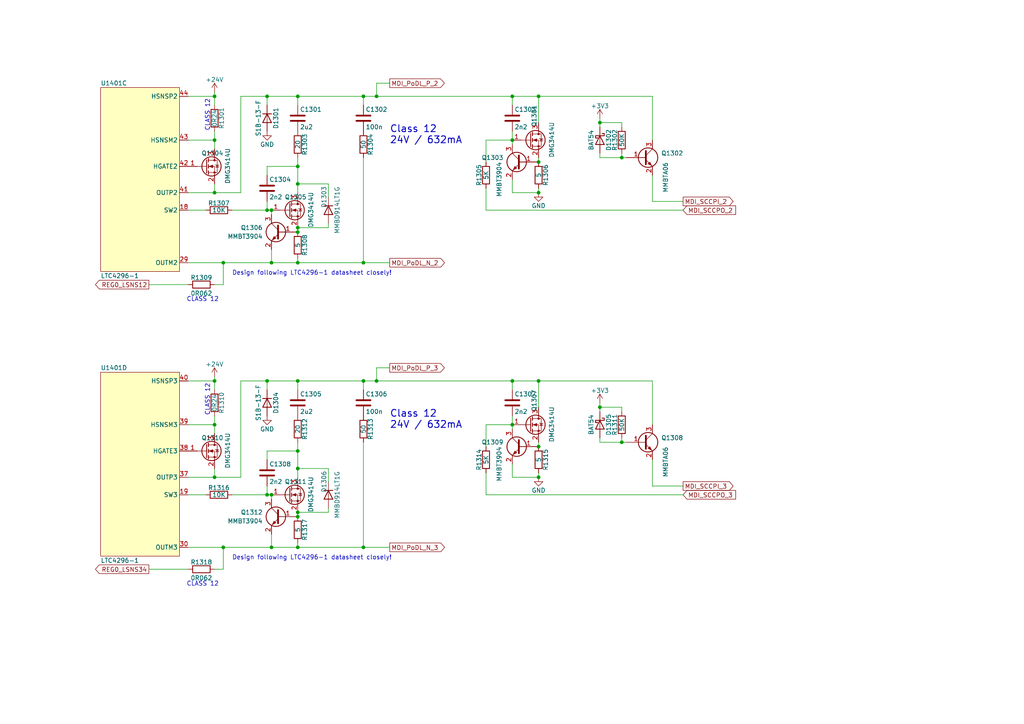
<source format=kicad_sch>
(kicad_sch (version 20211123) (generator eeschema)
  (paper "A4")
  (title_block (title "Open Hardware 10Base-T1L Switch") (date "2023-04-07") (rev "REV A") (company "Peter Heinrich") (comment 1 "Open Hardware License CERN-OHL-P v2") (comment 2 "https://github.com/peterheinrich/Open_10Base-T1L_Switch"))
  (lib_symbols
    (symbol "Device:C" (pin_numbers hide) (pin_names (offset 0.254))
      (property "Reference" "C" (at 0.635 2.54 0))
      (property "Value" "C" (at 0.635 -2.54 0))
      (symbol "C_0_1"
        (polyline (pts (xy -2.032 -0.762) (xy 2.032 -0.762)) (stroke (width 0.508)))
        (polyline (pts (xy -2.032 0.762) (xy 2.032 0.762)) (stroke (width 0.508)))
      )
      (symbol "C_1_1"
        (pin passive line (at 0 3.81 270) (length 2.794) (name "~") (number "1"))
        (pin passive line (at 0 -3.81 90) (length 2.794) (name "~") (number "2"))
      )
    )
    (symbol "Device:D" (pin_numbers hide) (pin_names (offset 1.016) hide)
      (property "Reference" "D" (at 0 2.54 0))
      (property "Value" "D" (at 0 -2.54 0))
      (symbol "D_0_1"
        (polyline (pts (xy -1.27 1.27) (xy -1.27 -1.27)) (stroke (width 0.254)))
        (polyline (pts (xy 1.27 0) (xy -1.27 0)))
        (polyline (pts (xy 1.27 1.27) (xy 1.27 -1.27) (xy -1.27 0) (xy 1.27 1.27)) (stroke (width 0.254)))
      )
      (symbol "D_1_1"
        (pin passive line (at -3.81 0 0) (length 2.54) (name "K") (number "1"))
        (pin passive line (at 3.81 0 180) (length 2.54) (name "A") (number "2"))
      )
    )
    (symbol "Device:D_Schottky" (pin_numbers hide) (pin_names (offset 1.016) hide)
      (property "Reference" "D" (at 0 2.54 0))
      (property "Value" "D_Schottky" (at 0 -2.54 0))
      (symbol "D_Schottky_0_1"
        (polyline (pts (xy 1.27 0) (xy -1.27 0)))
        (polyline (pts (xy 1.27 1.27) (xy 1.27 -1.27) (xy -1.27 0) (xy 1.27 1.27)) (stroke (width 0.254)))
        (polyline (pts (xy -1.905 0.635) (xy -1.905 1.27) (xy -1.27 1.27) (xy -1.27 -1.27) (xy -0.635 -1.27) (xy -0.635 -0.635)) (stroke (width 0.254)))
      )
      (symbol "D_Schottky_1_1"
        (pin passive line (at -3.81 0 0) (length 2.54) (name "K") (number "1"))
        (pin passive line (at 3.81 0 180) (length 2.54) (name "A") (number "2"))
      )
    )
    (symbol "Device:Q_NMOS_GSD" (pin_names (offset 0) hide)
      (property "Reference" "Q" (at 5.08 1.27 0))
      (property "Value" "Q_NMOS_GSD" (at 5.08 -1.27 0))
      (symbol "Q_NMOS_GSD_0_1"
        (polyline (pts (xy 0.254 0) (xy -2.54 0)))
        (polyline (pts (xy 0.254 1.905) (xy 0.254 -1.905)) (stroke (width 0.254)))
        (polyline (pts (xy 0.762 -1.27) (xy 0.762 -2.286)) (stroke (width 0.254)))
        (polyline (pts (xy 0.762 0.508) (xy 0.762 -0.508)) (stroke (width 0.254)))
        (polyline (pts (xy 0.762 2.286) (xy 0.762 1.27)) (stroke (width 0.254)))
        (polyline (pts (xy 2.54 2.54) (xy 2.54 1.778)))
        (polyline (pts (xy 2.54 -2.54) (xy 2.54 0) (xy 0.762 0)))
        (polyline (pts (xy 0.762 -1.778) (xy 3.302 -1.778) (xy 3.302 1.778) (xy 0.762 1.778)))
        (polyline (pts (xy 1.016 0) (xy 2.032 0.381) (xy 2.032 -0.381) (xy 1.016 0)) (fill (type outline)))
        (polyline (pts (xy 2.794 0.508) (xy 2.921 0.381) (xy 3.683 0.381) (xy 3.81 0.254)))
        (polyline (pts (xy 3.302 0.381) (xy 2.921 -0.254) (xy 3.683 -0.254) (xy 3.302 0.381)))
        (circle (center 1.651 0) (radius 2.794) (stroke (width 0.254)))
        (circle (center 2.54 -1.778) (radius 0.254) (fill (type outline)))
        (circle (center 2.54 1.778) (radius 0.254) (fill (type outline)))
      )
      (symbol "Q_NMOS_GSD_1_1"
        (pin input line (at -5.08 0 0) (length 2.54) (name "G") (number "1"))
        (pin passive line (at 2.54 -5.08 90) (length 2.54) (name "S") (number "2"))
        (pin passive line (at 2.54 5.08 270) (length 2.54) (name "D") (number "3"))
      )
    )
    (symbol "Device:Q_NPN_BEC" (pin_names (offset 0) hide)
      (property "Reference" "Q" (at 5.08 1.27 0))
      (property "Value" "Q_NPN_BEC" (at 5.08 -1.27 0))
      (symbol "Q_NPN_BEC_0_1"
        (polyline (pts (xy 0.635 0.635) (xy 2.54 2.54)))
        (polyline (pts (xy 0.635 -0.635) (xy 2.54 -2.54) (xy 2.54 -2.54)))
        (polyline (pts (xy 0.635 1.905) (xy 0.635 -1.905) (xy 0.635 -1.905)) (stroke (width 0.508)))
        (polyline (pts (xy 1.27 -1.778) (xy 1.778 -1.27) (xy 2.286 -2.286) (xy 1.27 -1.778) (xy 1.27 -1.778)) (fill (type outline)))
        (circle (center 1.27 0) (radius 2.8194) (stroke (width 0.254)))
      )
      (symbol "Q_NPN_BEC_1_1"
        (pin input line (at -5.08 0 0) (length 5.715) (name "B") (number "1"))
        (pin passive line (at 2.54 -5.08 90) (length 2.54) (name "E") (number "2"))
        (pin passive line (at 2.54 5.08 270) (length 2.54) (name "C") (number "3"))
      )
    )
    (symbol "Device:R" (pin_numbers hide) (pin_names (offset 0))
      (property "Reference" "R" (at 2.032 0 90))
      (property "Value" "R" (at 0 0 90))
      (symbol "R_0_1"
        (rectangle (start -1.016 -2.54) (end 1.016 2.54) (stroke (width 0.254)))
      )
      (symbol "R_1_1"
        (pin passive line (at 0 3.81 270) (length 1.27) (name "~") (number "1"))
        (pin passive line (at 0 -3.81 90) (length 1.27) (name "~") (number "2"))
      )
    )
    (symbol "LTC4296-1:LTC4296-1"
      (property "Reference" "U" (at 0 1.27 0))
      (property "Value" "LTC4296-1" (at 0 -54.61 0))
      (symbol "LTC4296-1_0_1"
        (rectangle (start 0 0) (end 22.86 -53.34) (fill (type background)))
      )
      (symbol "LTC4296-1_1_1"
        (pin output line (at 25.4 -30.48 180) (length 2.54) (name "OUTP0") (number "1"))
        (pin output line (at 25.4 -35.56 180) (length 2.54) (name "SW0") (number "16"))
        (pin output line (at 25.4 -22.86 180) (length 2.54) (name "HGATE0") (number "2"))
        (pin output line (at 25.4 -50.8 180) (length 2.54) (name "OUTM0") (number "25"))
        (pin input line (at 25.4 -15.24 180) (length 2.54) (name "HSNSM0") (number "3"))
        (pin input line (at 25.4 -2.54 180) (length 2.54) (name "HSNSP0") (number "4"))
      )
      (symbol "LTC4296-1_2_1"
        (pin output line (at 25.4 -35.56 180) (length 2.54) (name "SW1") (number "17"))
        (pin output line (at 25.4 -50.8 180) (length 2.54) (name "OUTM1") (number "27"))
        (pin output line (at 25.4 -30.48 180) (length 2.54) (name "OUTP1") (number "45"))
        (pin output line (at 25.4 -22.86 180) (length 2.54) (name "HGATE1") (number "46"))
        (pin input line (at 25.4 -15.24 180) (length 2.54) (name "HSNSM1") (number "47"))
        (pin input line (at 25.4 -2.54 180) (length 2.54) (name "HSNSP1") (number "48"))
      )
      (symbol "LTC4296-1_3_1"
        (pin output line (at 25.4 -35.56 180) (length 2.54) (name "SW2") (number "18"))
        (pin output line (at 25.4 -50.8 180) (length 2.54) (name "OUTM2") (number "29"))
        (pin output line (at 25.4 -30.48 180) (length 2.54) (name "OUTP2") (number "41"))
        (pin output line (at 25.4 -22.86 180) (length 2.54) (name "HGATE2") (number "42"))
        (pin input line (at 25.4 -15.24 180) (length 2.54) (name "HSNSM2") (number "43"))
        (pin input line (at 25.4 -2.54 180) (length 2.54) (name "HSNSP2") (number "44"))
      )
      (symbol "LTC4296-1_4_1"
        (pin output line (at 25.4 -35.56 180) (length 2.54) (name "SW3") (number "19"))
        (pin output line (at 25.4 -50.8 180) (length 2.54) (name "OUTM3") (number "30"))
        (pin output line (at 25.4 -30.48 180) (length 2.54) (name "OUTP3") (number "37"))
        (pin output line (at 25.4 -22.86 180) (length 2.54) (name "HGATE3") (number "38"))
        (pin input line (at 25.4 -15.24 180) (length 2.54) (name "HSNSM3") (number "39"))
        (pin input line (at 25.4 -2.54 180) (length 2.54) (name "HSNSP3") (number "40"))
      )
      (symbol "LTC4296-1_5_1"
        (pin output line (at 25.4 -35.56 180) (length 2.54) (name "SW4") (number "20"))
        (pin output line (at 25.4 -50.8 180) (length 2.54) (name "OUTM4") (number "32"))
        (pin output line (at 25.4 -30.48 180) (length 2.54) (name "OUTP4") (number "33"))
        (pin output line (at 25.4 -22.86 180) (length 2.54) (name "HGATE4") (number "34"))
        (pin input line (at 25.4 -15.24 180) (length 2.54) (name "HSNSM4") (number "35"))
        (pin input line (at 25.4 -2.54 180) (length 2.54) (name "HSNSP4") (number "36"))
      )
      (symbol "LTC4296-1_6_1"
        (pin output line (at -2.54 -20.32 0) (length 2.54) (name "SDO") (number "10"))
        (pin input line (at -2.54 -15.24 0) (length 2.54) (name "SCK") (number "11"))
        (pin input line (at -2.54 -22.86 0) (length 2.54) (name "nCS") (number "12"))
        (pin input line (at 25.4 -2.54 180) (length 2.54) (name "AUTO") (number "13"))
        (pin bidirectional line (at 25.4 -5.08 180) (length 2.54) (name "WAKEUP") (number "14"))
        (pin input line (at 25.4 -17.78 180) (length 2.54) (name "NC") (number "15"))
        (pin power_in line (at -2.54 -38.1 0) (length 2.54) (name "GND") (number "21"))
        (pin input line (at -2.54 -25.4 0) (length 2.54) (name "RT") (number "22"))
        (pin output line (at -2.54 -50.8 0) (length 2.54) (name "LGATE") (number "23"))
        (pin input line (at -2.54 -43.18 0) (length 2.54) (name "LSRC") (number "24"))
        (pin input line (at 25.4 -45.72 180) (length 2.54) (name "LSNS0") (number "26"))
        (pin input line (at 25.4 -48.26 180) (length 2.54) (name "LSNS1/LSNS2") (number "28"))
        (pin input line (at 25.4 -50.8 180) (length 2.54) (name "LSNS3/LSNS4") (number "31"))
        (pin power_in line (at -2.54 -40.64 0) (length 2.54) (name "GND") (number "49"))
        (pin input line (at 25.4 -15.24 180) (length 2.54) (name "NC") (number "5"))
        (pin power_in line (at -2.54 -2.54 0) (length 2.54) (name "IN") (number "6"))
        (pin bidirectional line (at -2.54 -10.16 0) (length 2.54) (name "CPO") (number "7"))
        (pin bidirectional line (at 25.4 -7.62 180) (length 2.54) (name "INT") (number "8"))
        (pin input line (at -2.54 -17.78 0) (length 2.54) (name "SDI") (number "9"))
      )
    )
    (symbol "LTC4296-1_1"
      (property "Reference" "U" (at 0 1.27 0))
      (property "Value" "LTC4296-1_1" (at 0 -54.61 0))
      (symbol "LTC4296-1_1_0_1"
        (rectangle (start 0 0) (end 22.86 -53.34) (fill (type background)))
      )
      (symbol "LTC4296-1_1_1_1"
        (pin output line (at 25.4 -30.48 180) (length 2.54) (name "OUTP0") (number "1"))
        (pin output line (at 25.4 -35.56 180) (length 2.54) (name "SW0") (number "16"))
        (pin output line (at 25.4 -22.86 180) (length 2.54) (name "HGATE0") (number "2"))
        (pin output line (at 25.4 -50.8 180) (length 2.54) (name "OUTM0") (number "25"))
        (pin input line (at 25.4 -15.24 180) (length 2.54) (name "HSNSM0") (number "3"))
        (pin input line (at 25.4 -2.54 180) (length 2.54) (name "HSNSP0") (number "4"))
      )
      (symbol "LTC4296-1_1_2_1"
        (pin output line (at 25.4 -35.56 180) (length 2.54) (name "SW1") (number "17"))
        (pin output line (at 25.4 -50.8 180) (length 2.54) (name "OUTM1") (number "27"))
        (pin output line (at 25.4 -30.48 180) (length 2.54) (name "OUTP1") (number "45"))
        (pin output line (at 25.4 -22.86 180) (length 2.54) (name "HGATE1") (number "46"))
        (pin input line (at 25.4 -15.24 180) (length 2.54) (name "HSNSM1") (number "47"))
        (pin input line (at 25.4 -2.54 180) (length 2.54) (name "HSNSP1") (number "48"))
      )
      (symbol "LTC4296-1_1_3_1"
        (pin output line (at 25.4 -35.56 180) (length 2.54) (name "SW2") (number "18"))
        (pin output line (at 25.4 -50.8 180) (length 2.54) (name "OUTM2") (number "29"))
        (pin output line (at 25.4 -30.48 180) (length 2.54) (name "OUTP2") (number "41"))
        (pin output line (at 25.4 -22.86 180) (length 2.54) (name "HGATE2") (number "42"))
        (pin input line (at 25.4 -15.24 180) (length 2.54) (name "HSNSM2") (number "43"))
        (pin input line (at 25.4 -2.54 180) (length 2.54) (name "HSNSP2") (number "44"))
      )
      (symbol "LTC4296-1_1_4_1"
        (pin output line (at 25.4 -35.56 180) (length 2.54) (name "SW3") (number "19"))
        (pin output line (at 25.4 -50.8 180) (length 2.54) (name "OUTM3") (number "30"))
        (pin output line (at 25.4 -30.48 180) (length 2.54) (name "OUTP3") (number "37"))
        (pin output line (at 25.4 -22.86 180) (length 2.54) (name "HGATE3") (number "38"))
        (pin input line (at 25.4 -15.24 180) (length 2.54) (name "HSNSM3") (number "39"))
        (pin input line (at 25.4 -2.54 180) (length 2.54) (name "HSNSP3") (number "40"))
      )
      (symbol "LTC4296-1_1_5_1"
        (pin output line (at 25.4 -35.56 180) (length 2.54) (name "SW4") (number "20"))
        (pin output line (at 25.4 -50.8 180) (length 2.54) (name "OUTM4") (number "32"))
        (pin output line (at 25.4 -30.48 180) (length 2.54) (name "OUTP4") (number "33"))
        (pin output line (at 25.4 -22.86 180) (length 2.54) (name "HGATE4") (number "34"))
        (pin input line (at 25.4 -15.24 180) (length 2.54) (name "HSNSM4") (number "35"))
        (pin input line (at 25.4 -2.54 180) (length 2.54) (name "HSNSP4") (number "36"))
      )
      (symbol "LTC4296-1_1_6_1"
        (pin output line (at -2.54 -20.32 0) (length 2.54) (name "SDO") (number "10"))
        (pin input line (at -2.54 -15.24 0) (length 2.54) (name "SCK") (number "11"))
        (pin input line (at -2.54 -22.86 0) (length 2.54) (name "nCS") (number "12"))
        (pin input line (at 25.4 -2.54 180) (length 2.54) (name "AUTO") (number "13"))
        (pin bidirectional line (at 25.4 -5.08 180) (length 2.54) (name "WAKEUP") (number "14"))
        (pin input line (at 25.4 -17.78 180) (length 2.54) (name "NC") (number "15"))
        (pin power_in line (at -2.54 -38.1 0) (length 2.54) (name "GND") (number "21"))
        (pin input line (at -2.54 -25.4 0) (length 2.54) (name "RT") (number "22"))
        (pin output line (at -2.54 -50.8 0) (length 2.54) (name "LGATE") (number "23"))
        (pin input line (at -2.54 -43.18 0) (length 2.54) (name "LSRC") (number "24"))
        (pin input line (at 25.4 -45.72 180) (length 2.54) (name "LSNS0") (number "26"))
        (pin input line (at 25.4 -48.26 180) (length 2.54) (name "LSNS1/LSNS2") (number "28"))
        (pin input line (at 25.4 -50.8 180) (length 2.54) (name "LSNS3/LSNS4") (number "31"))
        (pin power_in line (at -2.54 -40.64 0) (length 2.54) (name "GND") (number "49"))
        (pin input line (at 25.4 -15.24 180) (length 2.54) (name "NC") (number "5"))
        (pin power_in line (at -2.54 -2.54 0) (length 2.54) (name "IN") (number "6"))
        (pin bidirectional line (at -2.54 -10.16 0) (length 2.54) (name "CPO") (number "7"))
        (pin bidirectional line (at 25.4 -7.62 180) (length 2.54) (name "INT") (number "8"))
        (pin input line (at -2.54 -17.78 0) (length 2.54) (name "SDI") (number "9"))
      )
    )
    (symbol "power:+24V" (power) (pin_names (offset 0))
      (property "Value" "+24V" (at 0 3.556 0))
      (symbol "+24V_0_1"
        (polyline (pts (xy -0.762 1.27) (xy 0 2.54)))
        (polyline (pts (xy 0 0) (xy 0 2.54)))
        (polyline (pts (xy 0 2.54) (xy 0.762 1.27)))
      )
      (symbol "+24V_1_1"
        (pin power_in line (at 0 0 90) (length 0) hide (name "+24V") (number "1"))
      )
    )
    (symbol "power:+3V3" (power) (pin_names (offset 0))
      (property "Value" "+3V3" (at 0 3.556 0))
      (symbol "+3V3_0_1"
        (polyline (pts (xy -0.762 1.27) (xy 0 2.54)))
        (polyline (pts (xy 0 0) (xy 0 2.54)))
        (polyline (pts (xy 0 2.54) (xy 0.762 1.27)))
      )
      (symbol "+3V3_1_1"
        (pin power_in line (at 0 0 90) (length 0) hide (name "+3V3") (number "1"))
      )
    )
    (symbol "power:GND" (power) (pin_names (offset 0))
      (property "Value" "GND" (at 0 -3.81 0))
      (symbol "GND_0_1"
        (polyline (pts (xy 0 0) (xy 0 -1.27) (xy 1.27 -1.27) (xy 0 -2.54) (xy -1.27 -1.27) (xy 0 -1.27)))
      )
      (symbol "GND_1_1"
        (pin power_in line (at 0 0 270) (length 0) hide (name "GND") (number "1"))
      )
    )
  )
  (junction (at 109.22 110.49))
  (junction (at 180.34 128.27))
  (junction (at 86.36 27.94))
  (junction (at 156.21 46.99))
  (junction (at 77.47 143.51))
  (junction (at 86.36 149.86))
  (junction (at 78.74 143.51))
  (junction (at 156.21 27.94))
  (junction (at 173.99 35.56))
  (junction (at 105.41 110.49))
  (junction (at 64.77 76.2))
  (junction (at 148.59 40.64))
  (junction (at 62.23 40.64))
  (junction (at 78.74 60.96))
  (junction (at 148.59 27.94))
  (junction (at 78.74 158.75))
  (junction (at 77.47 27.94))
  (junction (at 148.59 123.19))
  (junction (at 156.21 55.88))
  (junction (at 86.36 110.49))
  (junction (at 77.47 110.49))
  (junction (at 86.36 48.26))
  (junction (at 180.34 45.72))
  (junction (at 105.41 158.75))
  (junction (at 86.36 76.2))
  (junction (at 86.36 66.04))
  (junction (at 105.41 27.94))
  (junction (at 148.59 110.49))
  (junction (at 86.36 130.81))
  (junction (at 156.21 138.43))
  (junction (at 62.23 27.94))
  (junction (at 86.36 135.89))
  (junction (at 86.36 67.31))
  (junction (at 156.21 110.49))
  (junction (at 78.74 76.2))
  (junction (at 105.41 76.2))
  (junction (at 62.23 123.19))
  (junction (at 62.23 110.49))
  (junction (at 109.22 27.94))
  (junction (at 86.36 53.34))
  (junction (at 77.47 60.96))
  (junction (at 173.99 118.11))
  (junction (at 62.23 55.88))
  (junction (at 64.77 158.75))
  (junction (at 62.23 138.43))
  (junction (at 86.36 148.59))
  (junction (at 156.21 129.54))
  (junction (at 86.36 158.75))
  (wire (pts (xy 86.36 128.27) (xy 86.36 130.81)))
  (wire (pts (xy 148.59 134.62) (xy 148.59 138.43)))
  (wire (pts (xy 54.61 27.94) (xy 62.23 27.94)))
  (wire (pts (xy 77.47 58.42) (xy 77.47 60.96)))
  (wire (pts (xy 64.77 158.75) (xy 78.74 158.75)))
  (wire (pts (xy 86.36 74.93) (xy 86.36 76.2)))
  (wire (pts (xy 86.36 130.81) (xy 86.36 135.89)))
  (wire (pts (xy 189.23 50.8) (xy 189.23 58.42)))
  (wire (pts (xy 77.47 133.35) (xy 77.47 130.81)))
  (wire (pts (xy 77.47 110.49) (xy 86.36 110.49)))
  (wire (pts (xy 113.03 24.13) (xy 109.22 24.13)))
  (wire (pts (xy 113.03 106.68) (xy 109.22 106.68)))
  (wire (pts (xy 140.97 129.54) (xy 140.97 123.19)))
  (wire (pts (xy 105.41 76.2) (xy 113.03 76.2)))
  (wire (pts (xy 109.22 106.68) (xy 109.22 110.49)))
  (wire (pts (xy 86.36 27.94) (xy 105.41 27.94)))
  (wire (pts (xy 148.59 41.91) (xy 148.59 40.64)))
  (wire (pts (xy 189.23 110.49) (xy 189.23 123.19)))
  (wire (pts (xy 78.74 62.23) (xy 78.74 60.96)))
  (wire (pts (xy 67.31 60.96) (xy 77.47 60.96)))
  (wire (pts (xy 148.59 124.46) (xy 148.59 123.19)))
  (wire (pts (xy 62.23 38.1) (xy 62.23 40.64)))
  (wire (pts (xy 173.99 118.11) (xy 180.34 118.11)))
  (wire (pts (xy 95.25 57.15) (xy 95.25 53.34)))
  (wire (pts (xy 86.36 66.04) (xy 95.25 66.04)))
  (wire (pts (xy 109.22 27.94) (xy 148.59 27.94)))
  (wire (pts (xy 173.99 128.27) (xy 173.99 127)))
  (wire (pts (xy 62.23 55.88) (xy 62.23 53.34)))
  (wire (pts (xy 140.97 60.96) (xy 198.12 60.96)))
  (wire (pts (xy 62.23 40.64) (xy 62.23 43.18)))
  (wire (pts (xy 86.36 110.49) (xy 86.36 113.03)))
  (wire (pts (xy 54.61 138.43) (xy 62.23 138.43)))
  (wire (pts (xy 180.34 127) (xy 180.34 128.27)))
  (wire (pts (xy 140.97 40.64) (xy 148.59 40.64)))
  (wire (pts (xy 156.21 54.61) (xy 156.21 55.88)))
  (wire (pts (xy 86.36 110.49) (xy 105.41 110.49)))
  (wire (pts (xy 189.23 58.42) (xy 198.12 58.42)))
  (wire (pts (xy 54.61 76.2) (xy 64.77 76.2)))
  (wire (pts (xy 173.99 34.29) (xy 173.99 35.56)))
  (wire (pts (xy 156.21 110.49) (xy 156.21 118.11)))
  (wire (pts (xy 156.21 137.16) (xy 156.21 138.43)))
  (wire (pts (xy 105.41 76.2) (xy 105.41 45.72)))
  (wire (pts (xy 95.25 64.77) (xy 95.25 66.04)))
  (wire (pts (xy 77.47 48.26) (xy 86.36 48.26)))
  (wire (pts (xy 173.99 119.38) (xy 173.99 118.11)))
  (wire (pts (xy 62.23 82.55) (xy 64.77 82.55)))
  (wire (pts (xy 173.99 36.83) (xy 173.99 35.56)))
  (wire (pts (xy 62.23 26.67) (xy 62.23 27.94)))
  (wire (pts (xy 86.36 157.48) (xy 86.36 158.75)))
  (wire (pts (xy 67.31 143.51) (xy 77.47 143.51)))
  (wire (pts (xy 189.23 140.97) (xy 198.12 140.97)))
  (wire (pts (xy 189.23 133.35) (xy 189.23 140.97)))
  (wire (pts (xy 78.74 144.78) (xy 78.74 143.51)))
  (wire (pts (xy 105.41 158.75) (xy 113.03 158.75)))
  (wire (pts (xy 105.41 27.94) (xy 109.22 27.94)))
  (wire (pts (xy 109.22 110.49) (xy 148.59 110.49)))
  (wire (pts (xy 77.47 27.94) (xy 86.36 27.94)))
  (wire (pts (xy 189.23 27.94) (xy 189.23 40.64)))
  (wire (pts (xy 181.61 128.27) (xy 180.34 128.27)))
  (wire (pts (xy 86.36 48.26) (xy 86.36 53.34)))
  (wire (pts (xy 62.23 40.64) (xy 54.61 40.64)))
  (wire (pts (xy 86.36 135.89) (xy 95.25 135.89)))
  (wire (pts (xy 43.18 82.55) (xy 54.61 82.55)))
  (wire (pts (xy 62.23 120.65) (xy 62.23 123.19)))
  (wire (pts (xy 86.36 53.34) (xy 95.25 53.34)))
  (wire (pts (xy 86.36 158.75) (xy 105.41 158.75)))
  (wire (pts (xy 181.61 45.72) (xy 180.34 45.72)))
  (wire (pts (xy 64.77 82.55) (xy 64.77 76.2)))
  (wire (pts (xy 180.34 128.27) (xy 173.99 128.27)))
  (wire (pts (xy 43.18 165.1) (xy 54.61 165.1)))
  (wire (pts (xy 86.36 76.2) (xy 105.41 76.2)))
  (wire (pts (xy 95.25 147.32) (xy 95.25 148.59)))
  (wire (pts (xy 86.36 67.31) (xy 86.36 66.04)))
  (wire (pts (xy 54.61 60.96) (xy 59.69 60.96)))
  (wire (pts (xy 78.74 76.2) (xy 86.36 76.2)))
  (wire (pts (xy 62.23 110.49) (xy 62.23 113.03)))
  (wire (pts (xy 78.74 72.39) (xy 78.74 76.2)))
  (wire (pts (xy 62.23 138.43) (xy 62.23 135.89)))
  (wire (pts (xy 95.25 139.7) (xy 95.25 135.89)))
  (wire (pts (xy 86.36 149.86) (xy 86.36 148.59)))
  (wire (pts (xy 105.41 110.49) (xy 109.22 110.49)))
  (wire (pts (xy 148.59 113.03) (xy 148.59 110.49)))
  (wire (pts (xy 140.97 137.16) (xy 140.97 143.51)))
  (wire (pts (xy 156.21 27.94) (xy 156.21 35.56)))
  (wire (pts (xy 54.61 110.49) (xy 62.23 110.49)))
  (wire (pts (xy 64.77 76.2) (xy 78.74 76.2)))
  (wire (pts (xy 86.36 148.59) (xy 95.25 148.59)))
  (wire (pts (xy 180.34 35.56) (xy 180.34 36.83)))
  (wire (pts (xy 148.59 120.65) (xy 148.59 123.19)))
  (wire (pts (xy 156.21 27.94) (xy 189.23 27.94)))
  (wire (pts (xy 54.61 55.88) (xy 62.23 55.88)))
  (wire (pts (xy 86.36 53.34) (xy 86.36 55.88)))
  (wire (pts (xy 54.61 158.75) (xy 64.77 158.75)))
  (wire (pts (xy 148.59 52.07) (xy 148.59 55.88)))
  (wire (pts (xy 62.23 138.43) (xy 69.85 138.43)))
  (wire (pts (xy 140.97 123.19) (xy 148.59 123.19)))
  (wire (pts (xy 69.85 138.43) (xy 69.85 110.49)))
  (wire (pts (xy 77.47 60.96) (xy 78.74 60.96)))
  (wire (pts (xy 140.97 54.61) (xy 140.97 60.96)))
  (wire (pts (xy 148.59 55.88) (xy 156.21 55.88)))
  (wire (pts (xy 140.97 143.51) (xy 198.12 143.51)))
  (wire (pts (xy 78.74 158.75) (xy 86.36 158.75)))
  (wire (pts (xy 77.47 140.97) (xy 77.47 143.51)))
  (wire (pts (xy 62.23 123.19) (xy 54.61 123.19)))
  (wire (pts (xy 173.99 35.56) (xy 180.34 35.56)))
  (wire (pts (xy 86.36 135.89) (xy 86.36 138.43)))
  (wire (pts (xy 78.74 154.94) (xy 78.74 158.75)))
  (wire (pts (xy 180.34 45.72) (xy 173.99 45.72)))
  (wire (pts (xy 77.47 27.94) (xy 77.47 30.48)))
  (wire (pts (xy 62.23 27.94) (xy 62.23 30.48)))
  (wire (pts (xy 54.61 143.51) (xy 59.69 143.51)))
  (wire (pts (xy 109.22 24.13) (xy 109.22 27.94)))
  (wire (pts (xy 77.47 143.51) (xy 78.74 143.51)))
  (wire (pts (xy 64.77 165.1) (xy 64.77 158.75)))
  (wire (pts (xy 173.99 116.84) (xy 173.99 118.11)))
  (wire (pts (xy 148.59 30.48) (xy 148.59 27.94)))
  (wire (pts (xy 77.47 50.8) (xy 77.47 48.26)))
  (wire (pts (xy 140.97 46.99) (xy 140.97 40.64)))
  (wire (pts (xy 105.41 158.75) (xy 105.41 128.27)))
  (wire (pts (xy 62.23 109.22) (xy 62.23 110.49)))
  (wire (pts (xy 86.36 45.72) (xy 86.36 48.26)))
  (wire (pts (xy 69.85 110.49) (xy 77.47 110.49)))
  (wire (pts (xy 62.23 165.1) (xy 64.77 165.1)))
  (wire (pts (xy 62.23 55.88) (xy 69.85 55.88)))
  (wire (pts (xy 156.21 110.49) (xy 189.23 110.49)))
  (wire (pts (xy 148.59 110.49) (xy 156.21 110.49)))
  (wire (pts (xy 180.34 118.11) (xy 180.34 119.38)))
  (wire (pts (xy 77.47 110.49) (xy 77.47 113.03)))
  (wire (pts (xy 69.85 55.88) (xy 69.85 27.94)))
  (wire (pts (xy 62.23 123.19) (xy 62.23 125.73)))
  (wire (pts (xy 173.99 45.72) (xy 173.99 44.45)))
  (wire (pts (xy 148.59 38.1) (xy 148.59 40.64)))
  (wire (pts (xy 156.21 129.54) (xy 156.21 128.27)))
  (wire (pts (xy 86.36 27.94) (xy 86.36 30.48)))
  (wire (pts (xy 105.41 27.94) (xy 105.41 30.48)))
  (wire (pts (xy 148.59 27.94) (xy 156.21 27.94)))
  (wire (pts (xy 156.21 46.99) (xy 156.21 45.72)))
  (wire (pts (xy 105.41 110.49) (xy 105.41 113.03)))
  (wire (pts (xy 180.34 44.45) (xy 180.34 45.72)))
  (wire (pts (xy 77.47 130.81) (xy 86.36 130.81)))
  (wire (pts (xy 69.85 27.94) (xy 77.47 27.94)))
  (wire (pts (xy 148.59 138.43) (xy 156.21 138.43)))
  (text "CLASS 12" (at 60.96 38.1 90) (effects (font (size 1.27 1.27)) (justify left bottom)))
  (text "Design following LTC4296-1 datasheet closely!" (at 67.31 80.01 0) (effects (font (size 1.27 1.27)) (justify left bottom)))
  (text "Class 12\n24V / 632mA" (at 113.03 41.91 0) (effects (font (size 2 2) (thickness 0.254) bold) (justify left bottom)))
  (text "CLASS 12\n" (at 63.5 87.63 180) (effects (font (size 1.27 1.27)) (justify right bottom)))
  (text "CLASS 12\n" (at 63.5 170.18 180) (effects (font (size 1.27 1.27)) (justify right bottom)))
  (text "Design following LTC4296-1 datasheet closely!" (at 67.31 162.56 0) (effects (font (size 1.27 1.27)) (justify left bottom)))
  (text "CLASS 12" (at 60.96 120.65 90) (effects (font (size 1.27 1.27)) (justify left bottom)))
  (text "Class 12\n24V / 632mA" (at 113.03 124.46 0) (effects (font (size 2 2) (thickness 0.254) bold) (justify left bottom)))
  (global_label "MDI_SCCPO_2" (shape input) (at 198.12 60.96 0) (property "Intersheet References" "${INTERSHEET_REFS}" (effects hide)))
  (global_label "REG0_LSNS34" (shape output) (at 43.18 165.1 180) (property "Intersheet References" "${INTERSHEET_REFS}" (effects hide)))
  (global_label "MDI_PoDL_P_2" (shape output) (at 113.03 24.13 0) (property "Intersheet References" "${INTERSHEET_REFS}" (effects hide)))
  (global_label "MDI_SCCPI_3" (shape output) (at 198.12 140.97 0) (property "Intersheet References" "${INTERSHEET_REFS}" (effects hide)))
  (global_label "MDI_PoDL_N_3" (shape output) (at 113.03 158.75 0) (property "Intersheet References" "${INTERSHEET_REFS}" (effects hide)))
  (global_label "MDI_SCCPO_3" (shape input) (at 198.12 143.51 0) (property "Intersheet References" "${INTERSHEET_REFS}" (effects hide)))
  (global_label "MDI_PoDL_P_3" (shape output) (at 113.03 106.68 0) (property "Intersheet References" "${INTERSHEET_REFS}" (effects hide)))
  (global_label "MDI_PoDL_N_2" (shape output) (at 113.03 76.2 0) (property "Intersheet References" "${INTERSHEET_REFS}" (effects hide)))
  (global_label "REG0_LSNS12" (shape output) (at 43.18 82.55 180) (property "Intersheet References" "${INTERSHEET_REFS}" (effects hide)))
  (global_label "MDI_SCCPI_2" (shape output) (at 198.12 58.42 0) (property "Intersheet References" "${INTERSHEET_REFS}" (effects hide)))
  (symbol (lib_id "Device:Q_NMOS_GSD") (at 153.67 40.64 0) (unit 1)
    (property "Reference" "Q1301" (at 154.94 36.83 90) (effects (justify left)))
    (property "Value" "DMG3414U" (at 160.02 45.72 90) (effects (justify left)))
    (property "Footprint" "Package_TO_SOT_SMD:SOT-23" (effects hide))
  )
  (symbol (lib_id "Device:R") (at 156.21 50.8 0) (unit 1)
    (property "Reference" "R1306" (at 158.242 50.8 90))
    (property "Value" "5" (at 156.21 50.8 90))
    (property "Footprint" "Resistor_SMD:R_1206_3216Metric" (effects hide))
  )
  (symbol (lib_id "Device:C") (at 148.59 34.29 0) (unit 1)
    (property "Reference" "C1303" (at 149.225 31.75 0) (effects (justify left)))
    (property "Value" "2n2" (at 149.225 36.83 0) (effects (justify left)))
    (property "Footprint" "Capacitor_SMD:C_0603_1608Metric" (effects hide))
  )
  (symbol (lib_id "Device:C") (at 86.36 34.29 0) (unit 1)
    (property "Reference" "C1301" (at 86.995 31.75 0) (effects (justify left)))
    (property "Value" "2u2" (at 86.995 36.83 0) (effects (justify left)))
    (property "Footprint" "Capacitor_SMD:C_0603_1608Metric" (effects hide))
  )
  (symbol (lib_id "Device:R") (at 63.5 60.96 90) (unit 1)
    (property "Reference" "R1307" (at 63.5 58.928 90))
    (property "Value" "10K" (at 63.5 60.96 90))
    (property "Footprint" "Resistor_SMD:R_0603_1608Metric" (effects hide))
  )
  (symbol (lib_id "Device:Q_NPN_BEC") (at 81.28 67.31 0) (mirror y) (unit 1)
    (property "Reference" "Q1306" (at 76.2 66.04 0) (effects (justify left)))
    (property "Value" "MMBT3904" (at 76.2 68.58 0) (effects (justify left)))
    (property "Footprint" "Package_TO_SOT_SMD:SOT-23" (effects hide))
  )
  (symbol (lib_id "power:+3V3") (at 173.99 34.29 0) (unit 1)
    (property "Reference" "#PWR01302" (effects hide))
    (property "Value" "+3V3" (at 173.99 30.734 0))
  )
  (symbol (lib_id "Device:C") (at 86.36 116.84 0) (unit 1)
    (property "Reference" "C1305" (at 86.995 114.3 0) (effects (justify left)))
    (property "Value" "2u2" (at 86.995 119.38 0) (effects (justify left)))
    (property "Footprint" "Capacitor_SMD:C_0603_1608Metric" (effects hide))
  )
  (symbol (lib_id "Device:R") (at 62.23 34.29 0) (unit 1)
    (property "Reference" "R1301" (at 64.262 34.29 90))
    (property "Value" "0R24" (at 62.23 34.29 90))
    (property "Footprint" "Resistor_SMD:R_1206_3216Metric" (effects hide))
  )
  (symbol (lib_id "Device:R") (at 105.41 124.46 0) (unit 1)
    (property "Reference" "R1313" (at 107.442 124.46 90))
    (property "Value" "50" (at 105.41 124.46 90))
    (property "Footprint" "Resistor_SMD:R_1206_3216Metric" (effects hide))
  )
  (symbol (lib_id "Device:R") (at 180.34 123.19 180) (unit 1)
    (property "Reference" "R1311" (at 178.308 123.19 90))
    (property "Value" "50K" (at 180.34 123.19 90))
    (property "Footprint" "Resistor_SMD:R_0603_1608Metric" (effects hide))
  )
  (symbol (lib_id "Device:C") (at 77.47 137.16 0) (unit 1)
    (property "Reference" "C1308" (at 78.105 134.62 0) (effects (justify left)))
    (property "Value" "2n2" (at 78.105 139.7 0) (effects (justify left)))
    (property "Footprint" "Capacitor_SMD:C_0603_1608Metric" (effects hide))
  )
  (symbol (lib_id "Device:R") (at 86.36 41.91 0) (unit 1)
    (property "Reference" "R1303" (at 88.392 41.91 90))
    (property "Value" "20" (at 86.36 41.91 90))
    (property "Footprint" "Resistor_SMD:R_1206_3216Metric" (effects hide))
  )
  (symbol (lib_id "Device:Q_NPN_BEC") (at 186.69 45.72 0) (unit 1)
    (property "Reference" "Q1302" (at 191.77 44.45 0) (effects (justify left)))
    (property "Value" "MMBTA06" (at 193.04 55.88 90) (effects (justify left)))
    (property "Footprint" "Package_TO_SOT_SMD:SOT-23" (effects hide))
  )
  (symbol (lib_id "Device:D") (at 95.25 143.51 270) (unit 1)
    (property "Reference" "D1306" (at 93.98 139.7 0))
    (property "Value" "MMBD914LT1G" (at 97.79 143.51 0))
    (property "Footprint" "MMBD914L:SOT-23-DIODE" (effects hide))
  )
  (symbol (lib_id "Device:C") (at 105.41 116.84 0) (unit 1)
    (property "Reference" "C1306" (at 106.045 114.3 0) (effects (justify left)))
    (property "Value" "100n" (at 106.045 119.38 0) (effects (justify left)))
    (property "Footprint" "Capacitor_SMD:C_0603_1608Metric" (effects hide))
  )
  (symbol (lib_id "Device:Q_NPN_BEC") (at 151.13 46.99 0) (mirror y) (unit 1)
    (property "Reference" "Q1303" (at 146.05 45.72 0) (effects (justify left)))
    (property "Value" "MMBT3904" (at 144.78 57.15 90) (effects (justify left)))
    (property "Footprint" "Package_TO_SOT_SMD:SOT-23" (effects hide))
  )
  (symbol (lib_id "Device:Q_NMOS_GSD") (at 83.82 60.96 0) (unit 1)
    (property "Reference" "Q1305" (at 82.55 57.15 0) (effects (justify left)))
    (property "Value" "DMG3414U" (at 90.17 66.04 90) (effects (justify left)))
    (property "Footprint" "Package_TO_SOT_SMD:SOT-23" (effects hide))
  )
  (symbol (lib_name "LTC4296-1_1") (lib_id "LTC4296-1:LTC4296-1") (at 29.21 25.4 0) (unit 3)
    (property "Reference" "U1401" (at 29.21 24.13 0) (effects (justify left)))
    (property "Value" "LTC4296-1" (at 29.21 80.01 0) (effects (justify left)))
    (property "Footprint" "Package_DFN_QFN:QFN-48-1EP_7x7mm_P0.5mm_EP5.3x5.3mm_ThermalVias" (effects hide))
    (property "Datasheet" "https://www.analog.com/media/en/technical-documentation/data-sheets/ltc4296-1.pdf" (effects hide))
  )
  (symbol (lib_id "Device:Q_NPN_BEC") (at 186.69 128.27 0) (unit 1)
    (property "Reference" "Q1308" (at 191.77 127 0) (effects (justify left)))
    (property "Value" "MMBTA06" (at 193.04 138.43 90) (effects (justify left)))
    (property "Footprint" "Package_TO_SOT_SMD:SOT-23" (effects hide))
  )
  (symbol (lib_id "Device:R") (at 180.34 40.64 180) (unit 1)
    (property "Reference" "R1302" (at 178.308 40.64 90))
    (property "Value" "50K" (at 180.34 40.64 90))
    (property "Footprint" "Resistor_SMD:R_0603_1608Metric" (effects hide))
  )
  (symbol (lib_id "Device:Q_NMOS_GSD") (at 83.82 143.51 0) (unit 1)
    (property "Reference" "Q1311" (at 82.55 139.7 0) (effects (justify left)))
    (property "Value" "DMG3414U" (at 90.17 148.59 90) (effects (justify left)))
    (property "Footprint" "Package_TO_SOT_SMD:SOT-23" (effects hide))
  )
  (symbol (lib_id "power:+24V") (at 62.23 109.22 0) (unit 1)
    (property "Reference" "#PWR01305" (effects hide))
    (property "Value" "+24V" (at 62.23 105.664 0))
  )
  (symbol (lib_id "Device:R") (at 105.41 41.91 0) (unit 1)
    (property "Reference" "R1304" (at 107.442 41.91 90))
    (property "Value" "50" (at 105.41 41.91 90))
    (property "Footprint" "Resistor_SMD:R_1206_3216Metric" (effects hide))
  )
  (symbol (lib_id "Device:D_Schottky") (at 173.99 40.64 270) (unit 1)
    (property "Reference" "D1302" (at 176.53 40.64 0))
    (property "Value" "BAT54" (at 171.45 40.64 0))
    (property "Footprint" "BAT54:SOT-23-DIODE" (effects hide))
  )
  (symbol (lib_id "Device:C") (at 148.59 116.84 0) (unit 1)
    (property "Reference" "C1307" (at 149.225 114.3 0) (effects (justify left)))
    (property "Value" "2n2" (at 149.225 119.38 0) (effects (justify left)))
    (property "Footprint" "Capacitor_SMD:C_0603_1608Metric" (effects hide))
  )
  (symbol (lib_id "Device:R") (at 63.5 143.51 90) (unit 1)
    (property "Reference" "R1316" (at 63.5 141.478 90))
    (property "Value" "10K" (at 63.5 143.51 90))
    (property "Footprint" "Resistor_SMD:R_0603_1608Metric" (effects hide))
  )
  (symbol (lib_id "Device:Q_NPN_BEC") (at 81.28 149.86 0) (mirror y) (unit 1)
    (property "Reference" "Q1312" (at 76.2 148.59 0) (effects (justify left)))
    (property "Value" "MMBT3904" (at 76.2 151.13 0) (effects (justify left)))
    (property "Footprint" "Package_TO_SOT_SMD:SOT-23" (effects hide))
  )
  (symbol (lib_id "Device:C") (at 77.47 54.61 0) (unit 1)
    (property "Reference" "C1304" (at 78.105 52.07 0) (effects (justify left)))
    (property "Value" "2n2" (at 78.105 57.15 0) (effects (justify left)))
    (property "Footprint" "Capacitor_SMD:C_0603_1608Metric" (effects hide))
  )
  (symbol (lib_id "Device:Q_NMOS_GSD") (at 59.69 48.26 0) (unit 1)
    (property "Reference" "Q1304" (at 58.42 44.45 0) (effects (justify left)))
    (property "Value" "DMG3414U" (at 66.04 53.34 90) (effects (justify left)))
    (property "Footprint" "Package_TO_SOT_SMD:SOT-23" (effects hide))
  )
  (symbol (lib_id "Device:R") (at 86.36 153.67 0) (unit 1)
    (property "Reference" "R1317" (at 88.392 153.67 90))
    (property "Value" "5" (at 86.36 153.67 90))
    (property "Footprint" "Resistor_SMD:R_1206_3216Metric" (effects hide))
  )
  (symbol (lib_id "power:+24V") (at 62.23 26.67 0) (unit 1)
    (property "Reference" "#PWR01301" (effects hide))
    (property "Value" "+24V" (at 62.23 23.114 0))
  )
  (symbol (lib_id "Device:Q_NMOS_GSD") (at 59.69 130.81 0) (unit 1)
    (property "Reference" "Q1310" (at 58.42 127 0) (effects (justify left)))
    (property "Value" "DMG3414U" (at 66.04 135.89 90) (effects (justify left)))
    (property "Footprint" "Package_TO_SOT_SMD:SOT-23" (effects hide))
  )
  (symbol (lib_id "Device:D") (at 77.47 34.29 270) (unit 1)
    (property "Reference" "D1301" (at 80.01 34.29 0))
    (property "Value" "S1B-13-F" (at 74.93 34.29 0))
    (property "Footprint" "Diode_SMD:D_SMB" (effects hide))
  )
  (symbol (lib_id "power:GND") (at 77.47 120.65 0) (unit 1)
    (property "Reference" "#PWR01307" (effects hide))
    (property "Value" "GND" (at 77.47 124.46 0))
  )
  (symbol (lib_id "Device:D_Schottky") (at 173.99 123.19 270) (unit 1)
    (property "Reference" "D1305" (at 176.53 123.19 0))
    (property "Value" "BAT54" (at 171.45 123.19 0))
    (property "Footprint" "BAT54:SOT-23-DIODE" (effects hide))
  )
  (symbol (lib_id "Device:R") (at 62.23 116.84 0) (unit 1)
    (property "Reference" "R1310" (at 64.262 116.84 90))
    (property "Value" "0R24" (at 62.23 116.84 90))
    (property "Footprint" "Resistor_SMD:R_1206_3216Metric" (effects hide))
  )
  (symbol (lib_id "power:GND") (at 156.21 55.88 0) (unit 1)
    (property "Reference" "#PWR01304" (effects hide))
    (property "Value" "GND" (at 156.21 59.69 0))
  )
  (symbol (lib_id "power:GND") (at 77.47 38.1 0) (unit 1)
    (property "Reference" "#PWR01303" (effects hide))
    (property "Value" "GND" (at 77.47 41.91 0))
  )
  (symbol (lib_id "Device:C") (at 105.41 34.29 0) (unit 1)
    (property "Reference" "C1302" (at 106.045 31.75 0) (effects (justify left)))
    (property "Value" "100n" (at 106.045 36.83 0) (effects (justify left)))
    (property "Footprint" "Capacitor_SMD:C_0603_1608Metric" (effects hide))
  )
  (symbol (lib_id "LTC4296-1:LTC4296-1") (at 29.21 107.95 0) (unit 4)
    (property "Reference" "U1401" (at 29.21 106.68 0) (effects (justify left)))
    (property "Value" "LTC4296-1" (at 29.21 162.56 0) (effects (justify left)))
    (property "Footprint" "Package_DFN_QFN:QFN-48-1EP_7x7mm_P0.5mm_EP5.3x5.3mm_ThermalVias" (effects hide))
    (property "Datasheet" "https://www.analog.com/media/en/technical-documentation/data-sheets/ltc4296-1.pdf" (effects hide))
  )
  (symbol (lib_id "Device:R") (at 156.21 133.35 0) (unit 1)
    (property "Reference" "R1315" (at 158.242 133.35 90))
    (property "Value" "5" (at 156.21 133.35 90))
    (property "Footprint" "Resistor_SMD:R_1206_3216Metric" (effects hide))
  )
  (symbol (lib_id "Device:D") (at 77.47 116.84 270) (unit 1)
    (property "Reference" "D1304" (at 80.01 116.84 0))
    (property "Value" "S1B-13-F" (at 74.93 116.84 0))
    (property "Footprint" "Diode_SMD:D_SMB" (effects hide))
  )
  (symbol (lib_id "Device:R") (at 58.42 82.55 90) (unit 1)
    (property "Reference" "R1309" (at 58.42 80.518 90))
    (property "Value" "0R062" (at 58.42 85.09 90))
    (property "Footprint" "Resistor_SMD:R_1206_3216Metric" (effects hide))
  )
  (symbol (lib_id "power:+3V3") (at 173.99 116.84 0) (unit 1)
    (property "Reference" "#PWR01306" (effects hide))
    (property "Value" "+3V3" (at 173.99 113.284 0))
  )
  (symbol (lib_id "Device:Q_NPN_BEC") (at 151.13 129.54 0) (mirror y) (unit 1)
    (property "Reference" "Q1309" (at 146.05 128.27 0) (effects (justify left)))
    (property "Value" "MMBT3904" (at 144.78 139.7 90) (effects (justify left)))
    (property "Footprint" "Package_TO_SOT_SMD:SOT-23" (effects hide))
  )
  (symbol (lib_id "power:GND") (at 156.21 138.43 0) (unit 1)
    (property "Reference" "#PWR01308" (effects hide))
    (property "Value" "GND" (at 156.21 142.24 0))
  )
  (symbol (lib_id "Device:R") (at 86.36 71.12 0) (unit 1)
    (property "Reference" "R1308" (at 88.392 71.12 90))
    (property "Value" "5" (at 86.36 71.12 90))
    (property "Footprint" "Resistor_SMD:R_1206_3216Metric" (effects hide))
  )
  (symbol (lib_id "Device:Q_NMOS_GSD") (at 153.67 123.19 0) (unit 1)
    (property "Reference" "Q1307" (at 154.94 119.38 90) (effects (justify left)))
    (property "Value" "DMG3414U" (at 160.02 128.27 90) (effects (justify left)))
    (property "Footprint" "Package_TO_SOT_SMD:SOT-23" (effects hide))
  )
  (symbol (lib_id "Device:R") (at 58.42 165.1 90) (unit 1)
    (property "Reference" "R1318" (at 58.42 163.068 90))
    (property "Value" "0R062" (at 58.42 167.64 90))
    (property "Footprint" "Resistor_SMD:R_1206_3216Metric" (effects hide))
  )
  (symbol (lib_id "Device:R") (at 140.97 50.8 180) (unit 1)
    (property "Reference" "R1305" (at 138.938 50.8 90))
    (property "Value" "5K" (at 140.97 50.8 90))
    (property "Footprint" "Resistor_SMD:R_0603_1608Metric" (effects hide))
  )
  (symbol (lib_id "Device:D") (at 95.25 60.96 270) (unit 1)
    (property "Reference" "D1303" (at 93.98 57.15 0))
    (property "Value" "MMBD914LT1G" (at 97.79 60.96 0))
    (property "Footprint" "MMBD914L:SOT-23-DIODE" (effects hide))
  )
  (symbol (lib_id "Device:R") (at 140.97 133.35 180) (unit 1)
    (property "Reference" "R1314" (at 138.938 133.35 90))
    (property "Value" "5K" (at 140.97 133.35 90))
    (property "Footprint" "Resistor_SMD:R_0603_1608Metric" (effects hide))
  )
  (symbol (lib_id "Device:R") (at 86.36 124.46 0) (unit 1)
    (property "Reference" "R1312" (at 88.392 124.46 90))
    (property "Value" "20" (at 86.36 124.46 90))
    (property "Footprint" "Resistor_SMD:R_1206_3216Metric" (effects hide))
  )
)
</source>
